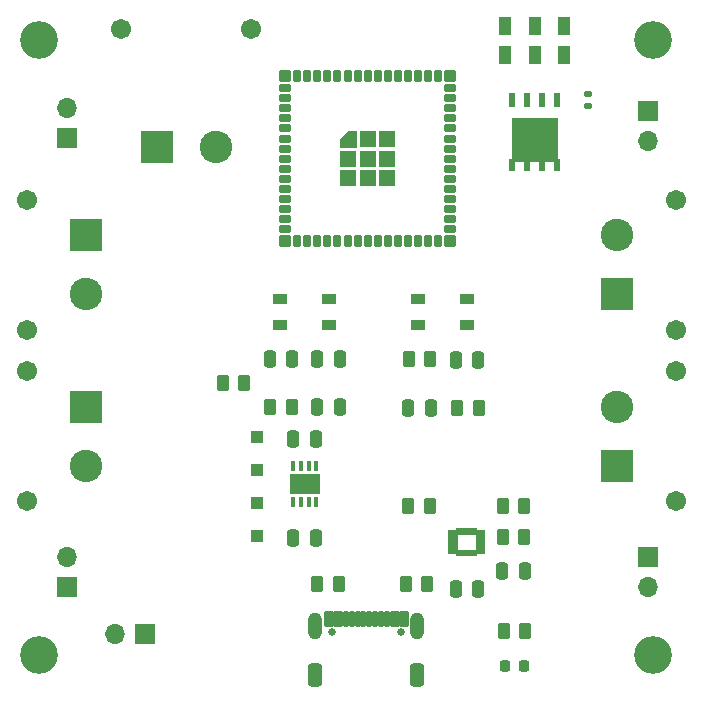
<source format=gbr>
%TF.GenerationSoftware,KiCad,Pcbnew,8.0.0*%
%TF.CreationDate,2024-09-30T11:26:13-07:00*%
%TF.ProjectId,BattleBot,42617474-6c65-4426-9f74-2e6b69636164,rev?*%
%TF.SameCoordinates,Original*%
%TF.FileFunction,Soldermask,Top*%
%TF.FilePolarity,Negative*%
%FSLAX46Y46*%
G04 Gerber Fmt 4.6, Leading zero omitted, Abs format (unit mm)*
G04 Created by KiCad (PCBNEW 8.0.0) date 2024-09-30 11:26:13*
%MOMM*%
%LPD*%
G01*
G04 APERTURE LIST*
G04 Aperture macros list*
%AMRoundRect*
0 Rectangle with rounded corners*
0 $1 Rounding radius*
0 $2 $3 $4 $5 $6 $7 $8 $9 X,Y pos of 4 corners*
0 Add a 4 corners polygon primitive as box body*
4,1,4,$2,$3,$4,$5,$6,$7,$8,$9,$2,$3,0*
0 Add four circle primitives for the rounded corners*
1,1,$1+$1,$2,$3*
1,1,$1+$1,$4,$5*
1,1,$1+$1,$6,$7*
1,1,$1+$1,$8,$9*
0 Add four rect primitives between the rounded corners*
20,1,$1+$1,$2,$3,$4,$5,0*
20,1,$1+$1,$4,$5,$6,$7,0*
20,1,$1+$1,$6,$7,$8,$9,0*
20,1,$1+$1,$8,$9,$2,$3,0*%
G04 Aperture macros list end*
%ADD10C,0.010000*%
%ADD11RoundRect,0.250000X-0.300000X0.300000X-0.300000X-0.300000X0.300000X-0.300000X0.300000X0.300000X0*%
%ADD12R,1.700000X1.700000*%
%ADD13O,1.700000X1.700000*%
%ADD14R,0.610000X1.270000*%
%ADD15R,3.910000X3.810000*%
%ADD16R,0.610000X1.020000*%
%ADD17C,2.754000*%
%ADD18RoundRect,0.102000X-1.275000X1.275000X-1.275000X-1.275000X1.275000X-1.275000X1.275000X1.275000X0*%
%ADD19C,1.712000*%
%ADD20RoundRect,0.102000X-0.400000X-0.200000X0.400000X-0.200000X0.400000X0.200000X-0.400000X0.200000X0*%
%ADD21RoundRect,0.102000X-0.200000X-0.400000X0.200000X-0.400000X0.200000X0.400000X-0.200000X0.400000X0*%
%ADD22RoundRect,0.102000X-0.600000X-0.600000X0.600000X-0.600000X0.600000X0.600000X-0.600000X0.600000X0*%
%ADD23RoundRect,0.102000X-0.400000X-0.400000X0.400000X-0.400000X0.400000X0.400000X-0.400000X0.400000X0*%
%ADD24C,3.200000*%
%ADD25RoundRect,0.102000X-0.525000X-0.325000X0.525000X-0.325000X0.525000X0.325000X-0.525000X0.325000X0*%
%ADD26RoundRect,0.250000X-0.250000X-0.475000X0.250000X-0.475000X0.250000X0.475000X-0.250000X0.475000X0*%
%ADD27RoundRect,0.102000X-1.275000X-1.275000X1.275000X-1.275000X1.275000X1.275000X-1.275000X1.275000X0*%
%ADD28RoundRect,0.250000X0.250000X0.475000X-0.250000X0.475000X-0.250000X-0.475000X0.250000X-0.475000X0*%
%ADD29RoundRect,0.250000X-0.262500X-0.450000X0.262500X-0.450000X0.262500X0.450000X-0.262500X0.450000X0*%
%ADD30RoundRect,0.250000X0.262500X0.450000X-0.262500X0.450000X-0.262500X-0.450000X0.262500X-0.450000X0*%
%ADD31RoundRect,0.135000X-0.185000X0.135000X-0.185000X-0.135000X0.185000X-0.135000X0.185000X0.135000X0*%
%ADD32RoundRect,0.218750X-0.218750X-0.256250X0.218750X-0.256250X0.218750X0.256250X-0.218750X0.256250X0*%
%ADD33RoundRect,0.102000X1.275000X-1.275000X1.275000X1.275000X-1.275000X1.275000X-1.275000X-1.275000X0*%
%ADD34R,0.302473X0.931065*%
%ADD35R,2.500000X1.749999*%
%ADD36R,1.000000X1.600000*%
%ADD37C,0.650000*%
%ADD38RoundRect,0.102000X-0.300000X-0.575000X0.300000X-0.575000X0.300000X0.575000X-0.300000X0.575000X0*%
%ADD39RoundRect,0.102000X-0.150000X-0.575000X0.150000X-0.575000X0.150000X0.575000X-0.150000X0.575000X0*%
%ADD40O,1.204000X2.304000*%
%ADD41RoundRect,0.301000X-0.301000X-0.701000X0.301000X-0.701000X0.301000X0.701000X-0.301000X0.701000X0*%
%ADD42RoundRect,0.250000X0.300000X-0.300000X0.300000X0.300000X-0.300000X0.300000X-0.300000X-0.300000X0*%
G04 APERTURE END LIST*
D10*
%TO.C,MCU1*%
X217900000Y-72050000D02*
X216500000Y-72050000D01*
X216500000Y-71300000D01*
X217150000Y-70650000D01*
X217900000Y-70650000D01*
X217900000Y-72050000D01*
G36*
X217900000Y-72050000D02*
G01*
X216500000Y-72050000D01*
X216500000Y-71300000D01*
X217150000Y-70650000D01*
X217900000Y-70650000D01*
X217900000Y-72050000D01*
G37*
%TO.C,Accelerometer1*%
X226395000Y-104925000D02*
X225685000Y-104925000D01*
X225685000Y-104475000D01*
X226395000Y-104475000D01*
X226395000Y-104925000D01*
G36*
X226395000Y-104925000D02*
G01*
X225685000Y-104925000D01*
X225685000Y-104475000D01*
X226395000Y-104475000D01*
X226395000Y-104925000D01*
G37*
X226395000Y-105425000D02*
X225685000Y-105425000D01*
X225685000Y-104975000D01*
X226395000Y-104975000D01*
X226395000Y-105425000D01*
G36*
X226395000Y-105425000D02*
G01*
X225685000Y-105425000D01*
X225685000Y-104975000D01*
X226395000Y-104975000D01*
X226395000Y-105425000D01*
G37*
X226395000Y-105925000D02*
X225685000Y-105925000D01*
X225685000Y-105475000D01*
X226395000Y-105475000D01*
X226395000Y-105925000D01*
G36*
X226395000Y-105925000D02*
G01*
X225685000Y-105925000D01*
X225685000Y-105475000D01*
X226395000Y-105475000D01*
X226395000Y-105925000D01*
G37*
X226395000Y-106425000D02*
X225685000Y-106425000D01*
X225685000Y-105975000D01*
X226395000Y-105975000D01*
X226395000Y-106425000D01*
G36*
X226395000Y-106425000D02*
G01*
X225685000Y-106425000D01*
X225685000Y-105975000D01*
X226395000Y-105975000D01*
X226395000Y-106425000D01*
G37*
X227055000Y-104760000D02*
X226345000Y-104760000D01*
X226345000Y-104310000D01*
X227055000Y-104310000D01*
X227055000Y-104760000D01*
G36*
X227055000Y-104760000D02*
G01*
X226345000Y-104760000D01*
X226345000Y-104310000D01*
X227055000Y-104310000D01*
X227055000Y-104760000D01*
G37*
X227055000Y-106590000D02*
X226345000Y-106590000D01*
X226345000Y-106140000D01*
X227055000Y-106140000D01*
X227055000Y-106590000D01*
G36*
X227055000Y-106590000D02*
G01*
X226345000Y-106590000D01*
X226345000Y-106140000D01*
X227055000Y-106140000D01*
X227055000Y-106590000D01*
G37*
X227555000Y-104760000D02*
X226845000Y-104760000D01*
X226845000Y-104310000D01*
X227555000Y-104310000D01*
X227555000Y-104760000D01*
G36*
X227555000Y-104760000D02*
G01*
X226845000Y-104760000D01*
X226845000Y-104310000D01*
X227555000Y-104310000D01*
X227555000Y-104760000D01*
G37*
X227555000Y-106590000D02*
X226845000Y-106590000D01*
X226845000Y-106140000D01*
X227555000Y-106140000D01*
X227555000Y-106590000D01*
G36*
X227555000Y-106590000D02*
G01*
X226845000Y-106590000D01*
X226845000Y-106140000D01*
X227555000Y-106140000D01*
X227555000Y-106590000D01*
G37*
X228055000Y-104760000D02*
X227345000Y-104760000D01*
X227345000Y-104310000D01*
X228055000Y-104310000D01*
X228055000Y-104760000D01*
G36*
X228055000Y-104760000D02*
G01*
X227345000Y-104760000D01*
X227345000Y-104310000D01*
X228055000Y-104310000D01*
X228055000Y-104760000D01*
G37*
X228055000Y-106590000D02*
X227345000Y-106590000D01*
X227345000Y-106140000D01*
X228055000Y-106140000D01*
X228055000Y-106590000D01*
G36*
X228055000Y-106590000D02*
G01*
X227345000Y-106590000D01*
X227345000Y-106140000D01*
X228055000Y-106140000D01*
X228055000Y-106590000D01*
G37*
X228715000Y-104925000D02*
X228005000Y-104925000D01*
X228005000Y-104475000D01*
X228715000Y-104475000D01*
X228715000Y-104925000D01*
G36*
X228715000Y-104925000D02*
G01*
X228005000Y-104925000D01*
X228005000Y-104475000D01*
X228715000Y-104475000D01*
X228715000Y-104925000D01*
G37*
X228715000Y-105425000D02*
X228005000Y-105425000D01*
X228005000Y-104975000D01*
X228715000Y-104975000D01*
X228715000Y-105425000D01*
G36*
X228715000Y-105425000D02*
G01*
X228005000Y-105425000D01*
X228005000Y-104975000D01*
X228715000Y-104975000D01*
X228715000Y-105425000D01*
G37*
X228715000Y-105925000D02*
X228005000Y-105925000D01*
X228005000Y-105475000D01*
X228715000Y-105475000D01*
X228715000Y-105925000D01*
G36*
X228715000Y-105925000D02*
G01*
X228005000Y-105925000D01*
X228005000Y-105475000D01*
X228715000Y-105475000D01*
X228715000Y-105925000D01*
G37*
X228715000Y-106425000D02*
X228005000Y-106425000D01*
X228005000Y-105975000D01*
X228715000Y-105975000D01*
X228715000Y-106425000D01*
G36*
X228715000Y-106425000D02*
G01*
X228005000Y-106425000D01*
X228005000Y-105975000D01*
X228715000Y-105975000D01*
X228715000Y-106425000D01*
G37*
%TD*%
D11*
%TO.C,D3*%
X209525001Y-102154467D03*
X209525001Y-104954467D03*
%TD*%
D12*
%TO.C,J7*%
X242625000Y-106725000D03*
D13*
X242625000Y-109265000D03*
%TD*%
D14*
%TO.C,Q1*%
X234905000Y-68080000D03*
X233635000Y-68080000D03*
X232365000Y-68080000D03*
X231095000Y-68080000D03*
D15*
X233000000Y-71440000D03*
D16*
X234905000Y-73545000D03*
X233635000Y-73545000D03*
X232365000Y-73545000D03*
X231095000Y-73545000D03*
%TD*%
D17*
%TO.C,J5*%
X240000000Y-79500000D03*
D18*
X240000000Y-84500000D03*
D19*
X245000000Y-87500000D03*
X245000000Y-76500000D03*
%TD*%
D20*
%TO.C,MCU1*%
X211850000Y-67050000D03*
X211850000Y-67900000D03*
X211850000Y-68750000D03*
X211850000Y-69600000D03*
X211850000Y-70450000D03*
X211850000Y-71300000D03*
X211850000Y-72150000D03*
X211850000Y-73000000D03*
X211850000Y-73850000D03*
X211850000Y-74700000D03*
X211850000Y-75550000D03*
X211850000Y-76400000D03*
X211850000Y-77250000D03*
X211850000Y-78100000D03*
X211850000Y-78950000D03*
D21*
X212900000Y-80000000D03*
X213750000Y-80000000D03*
X214600000Y-80000000D03*
X215450000Y-80000000D03*
X216300000Y-80000000D03*
X217150000Y-80000000D03*
X218000000Y-80000000D03*
X218850000Y-80000000D03*
X219700000Y-80000000D03*
X220550000Y-80000000D03*
X221400000Y-80000000D03*
X222250000Y-80000000D03*
X223100000Y-80000000D03*
X223950000Y-80000000D03*
X224800000Y-80000000D03*
D20*
X225850000Y-78950000D03*
X225850000Y-78100000D03*
X225850000Y-77250000D03*
X225850000Y-76400000D03*
X225850000Y-75550000D03*
X225850000Y-74700000D03*
X225850000Y-73850000D03*
X225850000Y-73000000D03*
X225850000Y-72150000D03*
X225850000Y-71300000D03*
X225850000Y-70450000D03*
X225850000Y-69600000D03*
X225850000Y-68750000D03*
X225850000Y-67900000D03*
X225850000Y-67050000D03*
D21*
X224800000Y-66000000D03*
X223950000Y-66000000D03*
X223100000Y-66000000D03*
X222250000Y-66000000D03*
X221400000Y-66000000D03*
X220550000Y-66000000D03*
X219700000Y-66000000D03*
X218850000Y-66000000D03*
X218000000Y-66000000D03*
X217150000Y-66000000D03*
X216300000Y-66000000D03*
X215450000Y-66000000D03*
X214600000Y-66000000D03*
X213750000Y-66000000D03*
X212900000Y-66000000D03*
D22*
X218850000Y-73000000D03*
X218850000Y-71350000D03*
X220500000Y-71350000D03*
X220500000Y-73000000D03*
X220500000Y-74650000D03*
X218850000Y-74650000D03*
X217200000Y-74650000D03*
X217200000Y-73000000D03*
D23*
X211850000Y-66000000D03*
X211850000Y-80000000D03*
X225850000Y-80000000D03*
X225850000Y-66000000D03*
%TD*%
D12*
%TO.C,J2*%
X242625000Y-69000000D03*
D13*
X242625000Y-71540000D03*
%TD*%
D24*
%TO.C,H3*%
X243000000Y-63000000D03*
%TD*%
D25*
%TO.C,SW3*%
X223100000Y-84925000D03*
X227250000Y-84925000D03*
X223100000Y-87075000D03*
X227250000Y-87075000D03*
%TD*%
D24*
%TO.C,H2*%
X191000000Y-115000000D03*
%TD*%
D12*
%TO.C,J8*%
X193375000Y-71275000D03*
D13*
X193375000Y-68735000D03*
%TD*%
D26*
%TO.C,C3*%
X230250000Y-107950000D03*
X232150000Y-107950000D03*
%TD*%
D12*
%TO.C,J9*%
X193375000Y-109275000D03*
D13*
X193375000Y-106735000D03*
%TD*%
D26*
%TO.C,C12*%
X222300000Y-94075000D03*
X224200000Y-94075000D03*
%TD*%
D17*
%TO.C,J3*%
X206000000Y-72000000D03*
D27*
X201000000Y-72000000D03*
D19*
X209000000Y-62000000D03*
X198000000Y-62000000D03*
%TD*%
D28*
%TO.C,C11*%
X228200000Y-90075000D03*
X226300000Y-90075000D03*
%TD*%
D29*
%TO.C,R10*%
X210587500Y-94000000D03*
X212412500Y-94000000D03*
%TD*%
D30*
%TO.C,R2*%
X216412500Y-109000000D03*
X214587500Y-109000000D03*
%TD*%
%TO.C,R12*%
X228250000Y-94075000D03*
X226425000Y-94075000D03*
%TD*%
D28*
%TO.C,C4*%
X228200000Y-109450000D03*
X226300000Y-109450000D03*
%TD*%
D31*
%TO.C,R6*%
X237500000Y-67559623D03*
X237500000Y-68579623D03*
%TD*%
D32*
%TO.C,D2*%
X230500000Y-116000000D03*
X232075000Y-116000000D03*
%TD*%
D24*
%TO.C,H4*%
X191000000Y-63000000D03*
%TD*%
D26*
%TO.C,C13*%
X214600000Y-94000000D03*
X216500000Y-94000000D03*
%TD*%
D17*
%TO.C,J4*%
X195000000Y-99000000D03*
D33*
X195000000Y-94000000D03*
D19*
X190000000Y-91000000D03*
X190000000Y-102000000D03*
%TD*%
D26*
%TO.C,C1*%
X212550000Y-96750000D03*
X214450000Y-96750000D03*
%TD*%
D34*
%TO.C,LDO1*%
X214500000Y-99063934D03*
X213850002Y-99063934D03*
X213200000Y-99063934D03*
X212550002Y-99063934D03*
X212550002Y-102045000D03*
X213200000Y-102045000D03*
X213850002Y-102045000D03*
X214500000Y-102045000D03*
D35*
X213525001Y-100554467D03*
%TD*%
D28*
%TO.C,C5*%
X212450000Y-90000000D03*
X210550000Y-90000000D03*
%TD*%
D36*
%TO.C,SW2*%
X230500000Y-61800000D03*
X233000000Y-61800000D03*
X235500000Y-61800000D03*
X230500000Y-64200000D03*
X233000000Y-64200000D03*
X235500000Y-64200000D03*
%TD*%
D30*
%TO.C,R13*%
X224137500Y-90000000D03*
X222312500Y-90000000D03*
%TD*%
D24*
%TO.C,H1*%
X243000000Y-115000000D03*
%TD*%
D26*
%TO.C,C14*%
X214600000Y-90000000D03*
X216500000Y-90000000D03*
%TD*%
D17*
%TO.C,J6*%
X240000000Y-94000000D03*
D18*
X240000000Y-99000000D03*
D19*
X245000000Y-102000000D03*
X245000000Y-91000000D03*
%TD*%
D29*
%TO.C,R4*%
X230287500Y-102450000D03*
X232112500Y-102450000D03*
%TD*%
D17*
%TO.C,J1*%
X195000000Y-84500000D03*
D33*
X195000000Y-79500000D03*
D19*
X190000000Y-76500000D03*
X190000000Y-87500000D03*
%TD*%
D12*
%TO.C,J10*%
X200040000Y-113250000D03*
D13*
X197500000Y-113250000D03*
%TD*%
D29*
%TO.C,R16*%
X230375000Y-113000000D03*
X232200000Y-113000000D03*
%TD*%
D30*
%TO.C,R5*%
X224112500Y-102450000D03*
X222287500Y-102450000D03*
%TD*%
D37*
%TO.C,J11*%
X215860000Y-113075000D03*
X221640000Y-113075000D03*
D38*
X215550000Y-112000000D03*
X216350000Y-112000000D03*
D39*
X217500000Y-112000000D03*
X218500000Y-112000000D03*
X219000000Y-112000000D03*
X220000000Y-112000000D03*
D38*
X221950000Y-112000000D03*
X221150000Y-112000000D03*
D39*
X220500000Y-112000000D03*
X219500000Y-112000000D03*
X218000000Y-112000000D03*
X217000000Y-112000000D03*
D40*
X214430000Y-112575000D03*
X223070000Y-112575000D03*
D41*
X214430000Y-116755000D03*
X223070000Y-116755000D03*
%TD*%
D26*
%TO.C,C2*%
X212575001Y-105095000D03*
X214475001Y-105095000D03*
%TD*%
D42*
%TO.C,D1*%
X209500000Y-99400000D03*
X209500000Y-96600000D03*
%TD*%
D30*
%TO.C,R11*%
X208412500Y-92000000D03*
X206587500Y-92000000D03*
%TD*%
D25*
%TO.C,SW4*%
X211425000Y-84925000D03*
X215575000Y-84925000D03*
X211425000Y-87075000D03*
X215575000Y-87075000D03*
%TD*%
D29*
%TO.C,R1*%
X222087500Y-109000000D03*
X223912500Y-109000000D03*
%TD*%
%TO.C,R3*%
X230287500Y-105000000D03*
X232112500Y-105000000D03*
%TD*%
M02*

</source>
